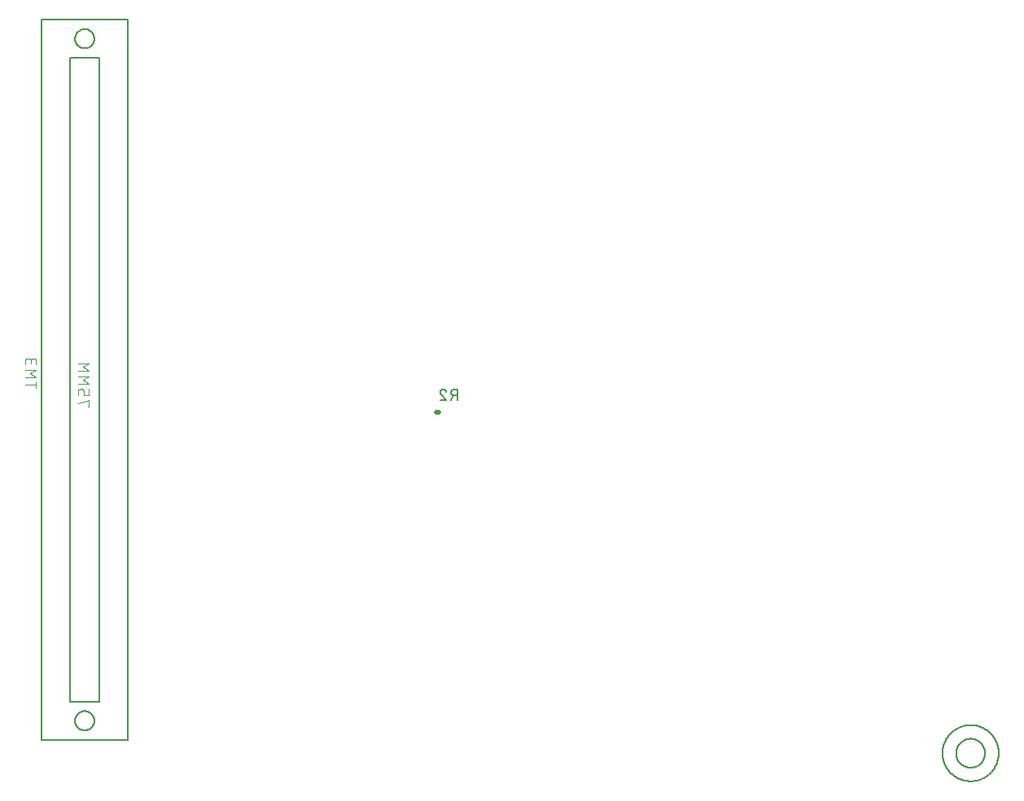
<source format=gbr>
G04 EAGLE Gerber RS-274X export*
G75*
%MOMM*%
%FSLAX34Y34*%
%LPD*%
%INSilkscreen Bottom*%
%IPPOS*%
%AMOC8*
5,1,8,0,0,1.08239X$1,22.5*%
G01*
%ADD10C,0.508000*%
%ADD11C,0.127000*%
%ADD12C,0.101600*%
%ADD13C,0.152400*%
%ADD14C,0.203200*%


D10*
X653123Y418667D02*
X650583Y418667D01*
D11*
X672554Y430986D02*
X672554Y442416D01*
X669379Y442416D01*
X669268Y442414D01*
X669158Y442408D01*
X669047Y442399D01*
X668937Y442385D01*
X668828Y442368D01*
X668719Y442347D01*
X668611Y442322D01*
X668504Y442293D01*
X668398Y442261D01*
X668293Y442225D01*
X668190Y442185D01*
X668088Y442142D01*
X667987Y442095D01*
X667888Y442044D01*
X667792Y441991D01*
X667697Y441934D01*
X667604Y441873D01*
X667513Y441810D01*
X667424Y441743D01*
X667338Y441673D01*
X667255Y441600D01*
X667173Y441525D01*
X667095Y441447D01*
X667020Y441365D01*
X666947Y441282D01*
X666877Y441196D01*
X666810Y441107D01*
X666747Y441016D01*
X666686Y440923D01*
X666629Y440829D01*
X666576Y440732D01*
X666525Y440633D01*
X666478Y440532D01*
X666435Y440430D01*
X666395Y440327D01*
X666359Y440222D01*
X666327Y440116D01*
X666298Y440009D01*
X666273Y439901D01*
X666252Y439792D01*
X666235Y439683D01*
X666221Y439573D01*
X666212Y439462D01*
X666206Y439352D01*
X666204Y439241D01*
X666206Y439130D01*
X666212Y439020D01*
X666221Y438909D01*
X666235Y438799D01*
X666252Y438690D01*
X666273Y438581D01*
X666298Y438473D01*
X666327Y438366D01*
X666359Y438260D01*
X666395Y438155D01*
X666435Y438052D01*
X666478Y437950D01*
X666525Y437849D01*
X666576Y437750D01*
X666629Y437654D01*
X666686Y437559D01*
X666747Y437466D01*
X666810Y437375D01*
X666877Y437286D01*
X666947Y437200D01*
X667020Y437117D01*
X667095Y437035D01*
X667173Y436957D01*
X667255Y436882D01*
X667338Y436809D01*
X667424Y436739D01*
X667513Y436672D01*
X667604Y436609D01*
X667697Y436548D01*
X667792Y436491D01*
X667888Y436438D01*
X667987Y436387D01*
X668088Y436340D01*
X668190Y436297D01*
X668293Y436257D01*
X668398Y436221D01*
X668504Y436189D01*
X668611Y436160D01*
X668719Y436135D01*
X668828Y436114D01*
X668937Y436097D01*
X669047Y436083D01*
X669158Y436074D01*
X669268Y436068D01*
X669379Y436066D01*
X672554Y436066D01*
X668744Y436066D02*
X666204Y430986D01*
X654856Y439559D02*
X654858Y439663D01*
X654864Y439768D01*
X654873Y439872D01*
X654886Y439975D01*
X654904Y440078D01*
X654924Y440180D01*
X654949Y440282D01*
X654977Y440382D01*
X655009Y440482D01*
X655045Y440580D01*
X655084Y440677D01*
X655126Y440772D01*
X655172Y440866D01*
X655222Y440958D01*
X655274Y441048D01*
X655330Y441136D01*
X655390Y441222D01*
X655452Y441306D01*
X655517Y441387D01*
X655585Y441466D01*
X655657Y441543D01*
X655730Y441616D01*
X655807Y441688D01*
X655886Y441756D01*
X655967Y441821D01*
X656051Y441883D01*
X656137Y441943D01*
X656225Y441999D01*
X656315Y442051D01*
X656407Y442101D01*
X656501Y442147D01*
X656596Y442189D01*
X656693Y442228D01*
X656791Y442264D01*
X656891Y442296D01*
X656991Y442324D01*
X657093Y442349D01*
X657195Y442369D01*
X657298Y442387D01*
X657401Y442400D01*
X657505Y442409D01*
X657610Y442415D01*
X657714Y442417D01*
X657714Y442416D02*
X657832Y442414D01*
X657951Y442408D01*
X658069Y442399D01*
X658186Y442386D01*
X658303Y442368D01*
X658420Y442348D01*
X658536Y442323D01*
X658651Y442295D01*
X658764Y442262D01*
X658877Y442227D01*
X658989Y442187D01*
X659099Y442145D01*
X659208Y442098D01*
X659316Y442048D01*
X659421Y441995D01*
X659525Y441938D01*
X659627Y441878D01*
X659727Y441815D01*
X659825Y441748D01*
X659921Y441679D01*
X660014Y441606D01*
X660105Y441530D01*
X660194Y441452D01*
X660280Y441370D01*
X660363Y441286D01*
X660444Y441200D01*
X660521Y441110D01*
X660596Y441019D01*
X660668Y440925D01*
X660737Y440828D01*
X660802Y440730D01*
X660865Y440629D01*
X660924Y440526D01*
X660980Y440422D01*
X661032Y440316D01*
X661081Y440208D01*
X661126Y440099D01*
X661168Y439988D01*
X661206Y439876D01*
X655809Y437337D02*
X655733Y437412D01*
X655658Y437491D01*
X655587Y437572D01*
X655518Y437656D01*
X655453Y437742D01*
X655391Y437830D01*
X655331Y437920D01*
X655275Y438012D01*
X655222Y438107D01*
X655173Y438203D01*
X655127Y438301D01*
X655084Y438400D01*
X655045Y438501D01*
X655010Y438603D01*
X654978Y438706D01*
X654950Y438810D01*
X654925Y438915D01*
X654904Y439022D01*
X654887Y439128D01*
X654874Y439235D01*
X654865Y439343D01*
X654859Y439451D01*
X654857Y439559D01*
X655809Y437336D02*
X661207Y430986D01*
X654857Y430986D01*
X240000Y77363D02*
X240000Y827400D01*
X240000Y77363D02*
X330000Y77363D01*
X330000Y827400D01*
X240000Y827400D01*
X275000Y807400D02*
X275003Y807645D01*
X275012Y807891D01*
X275027Y808136D01*
X275048Y808380D01*
X275075Y808624D01*
X275108Y808867D01*
X275147Y809110D01*
X275192Y809351D01*
X275243Y809591D01*
X275300Y809830D01*
X275362Y810067D01*
X275431Y810303D01*
X275505Y810537D01*
X275585Y810769D01*
X275670Y810999D01*
X275761Y811227D01*
X275858Y811452D01*
X275960Y811676D01*
X276068Y811896D01*
X276181Y812114D01*
X276299Y812329D01*
X276423Y812541D01*
X276551Y812750D01*
X276685Y812956D01*
X276824Y813158D01*
X276968Y813357D01*
X277117Y813552D01*
X277270Y813744D01*
X277428Y813932D01*
X277590Y814116D01*
X277758Y814295D01*
X277929Y814471D01*
X278105Y814642D01*
X278284Y814810D01*
X278468Y814972D01*
X278656Y815130D01*
X278848Y815283D01*
X279043Y815432D01*
X279242Y815576D01*
X279444Y815715D01*
X279650Y815849D01*
X279859Y815977D01*
X280071Y816101D01*
X280286Y816219D01*
X280504Y816332D01*
X280724Y816440D01*
X280948Y816542D01*
X281173Y816639D01*
X281401Y816730D01*
X281631Y816815D01*
X281863Y816895D01*
X282097Y816969D01*
X282333Y817038D01*
X282570Y817100D01*
X282809Y817157D01*
X283049Y817208D01*
X283290Y817253D01*
X283533Y817292D01*
X283776Y817325D01*
X284020Y817352D01*
X284264Y817373D01*
X284509Y817388D01*
X284755Y817397D01*
X285000Y817400D01*
X285245Y817397D01*
X285491Y817388D01*
X285736Y817373D01*
X285980Y817352D01*
X286224Y817325D01*
X286467Y817292D01*
X286710Y817253D01*
X286951Y817208D01*
X287191Y817157D01*
X287430Y817100D01*
X287667Y817038D01*
X287903Y816969D01*
X288137Y816895D01*
X288369Y816815D01*
X288599Y816730D01*
X288827Y816639D01*
X289052Y816542D01*
X289276Y816440D01*
X289496Y816332D01*
X289714Y816219D01*
X289929Y816101D01*
X290141Y815977D01*
X290350Y815849D01*
X290556Y815715D01*
X290758Y815576D01*
X290957Y815432D01*
X291152Y815283D01*
X291344Y815130D01*
X291532Y814972D01*
X291716Y814810D01*
X291895Y814642D01*
X292071Y814471D01*
X292242Y814295D01*
X292410Y814116D01*
X292572Y813932D01*
X292730Y813744D01*
X292883Y813552D01*
X293032Y813357D01*
X293176Y813158D01*
X293315Y812956D01*
X293449Y812750D01*
X293577Y812541D01*
X293701Y812329D01*
X293819Y812114D01*
X293932Y811896D01*
X294040Y811676D01*
X294142Y811452D01*
X294239Y811227D01*
X294330Y810999D01*
X294415Y810769D01*
X294495Y810537D01*
X294569Y810303D01*
X294638Y810067D01*
X294700Y809830D01*
X294757Y809591D01*
X294808Y809351D01*
X294853Y809110D01*
X294892Y808867D01*
X294925Y808624D01*
X294952Y808380D01*
X294973Y808136D01*
X294988Y807891D01*
X294997Y807645D01*
X295000Y807400D01*
X294997Y807155D01*
X294988Y806909D01*
X294973Y806664D01*
X294952Y806420D01*
X294925Y806176D01*
X294892Y805933D01*
X294853Y805690D01*
X294808Y805449D01*
X294757Y805209D01*
X294700Y804970D01*
X294638Y804733D01*
X294569Y804497D01*
X294495Y804263D01*
X294415Y804031D01*
X294330Y803801D01*
X294239Y803573D01*
X294142Y803348D01*
X294040Y803124D01*
X293932Y802904D01*
X293819Y802686D01*
X293701Y802471D01*
X293577Y802259D01*
X293449Y802050D01*
X293315Y801844D01*
X293176Y801642D01*
X293032Y801443D01*
X292883Y801248D01*
X292730Y801056D01*
X292572Y800868D01*
X292410Y800684D01*
X292242Y800505D01*
X292071Y800329D01*
X291895Y800158D01*
X291716Y799990D01*
X291532Y799828D01*
X291344Y799670D01*
X291152Y799517D01*
X290957Y799368D01*
X290758Y799224D01*
X290556Y799085D01*
X290350Y798951D01*
X290141Y798823D01*
X289929Y798699D01*
X289714Y798581D01*
X289496Y798468D01*
X289276Y798360D01*
X289052Y798258D01*
X288827Y798161D01*
X288599Y798070D01*
X288369Y797985D01*
X288137Y797905D01*
X287903Y797831D01*
X287667Y797762D01*
X287430Y797700D01*
X287191Y797643D01*
X286951Y797592D01*
X286710Y797547D01*
X286467Y797508D01*
X286224Y797475D01*
X285980Y797448D01*
X285736Y797427D01*
X285491Y797412D01*
X285245Y797403D01*
X285000Y797400D01*
X284755Y797403D01*
X284509Y797412D01*
X284264Y797427D01*
X284020Y797448D01*
X283776Y797475D01*
X283533Y797508D01*
X283290Y797547D01*
X283049Y797592D01*
X282809Y797643D01*
X282570Y797700D01*
X282333Y797762D01*
X282097Y797831D01*
X281863Y797905D01*
X281631Y797985D01*
X281401Y798070D01*
X281173Y798161D01*
X280948Y798258D01*
X280724Y798360D01*
X280504Y798468D01*
X280286Y798581D01*
X280071Y798699D01*
X279859Y798823D01*
X279650Y798951D01*
X279444Y799085D01*
X279242Y799224D01*
X279043Y799368D01*
X278848Y799517D01*
X278656Y799670D01*
X278468Y799828D01*
X278284Y799990D01*
X278105Y800158D01*
X277929Y800329D01*
X277758Y800505D01*
X277590Y800684D01*
X277428Y800868D01*
X277270Y801056D01*
X277117Y801248D01*
X276968Y801443D01*
X276824Y801642D01*
X276685Y801844D01*
X276551Y802050D01*
X276423Y802259D01*
X276299Y802471D01*
X276181Y802686D01*
X276068Y802904D01*
X275960Y803124D01*
X275858Y803348D01*
X275761Y803573D01*
X275670Y803801D01*
X275585Y804031D01*
X275505Y804263D01*
X275431Y804497D01*
X275362Y804733D01*
X275300Y804970D01*
X275243Y805209D01*
X275192Y805449D01*
X275147Y805690D01*
X275108Y805933D01*
X275075Y806176D01*
X275048Y806420D01*
X275027Y806664D01*
X275012Y806909D01*
X275003Y807155D01*
X275000Y807400D01*
X275000Y97363D02*
X275003Y97608D01*
X275012Y97854D01*
X275027Y98099D01*
X275048Y98343D01*
X275075Y98587D01*
X275108Y98830D01*
X275147Y99073D01*
X275192Y99314D01*
X275243Y99554D01*
X275300Y99793D01*
X275362Y100030D01*
X275431Y100266D01*
X275505Y100500D01*
X275585Y100732D01*
X275670Y100962D01*
X275761Y101190D01*
X275858Y101415D01*
X275960Y101639D01*
X276068Y101859D01*
X276181Y102077D01*
X276299Y102292D01*
X276423Y102504D01*
X276551Y102713D01*
X276685Y102919D01*
X276824Y103121D01*
X276968Y103320D01*
X277117Y103515D01*
X277270Y103707D01*
X277428Y103895D01*
X277590Y104079D01*
X277758Y104258D01*
X277929Y104434D01*
X278105Y104605D01*
X278284Y104773D01*
X278468Y104935D01*
X278656Y105093D01*
X278848Y105246D01*
X279043Y105395D01*
X279242Y105539D01*
X279444Y105678D01*
X279650Y105812D01*
X279859Y105940D01*
X280071Y106064D01*
X280286Y106182D01*
X280504Y106295D01*
X280724Y106403D01*
X280948Y106505D01*
X281173Y106602D01*
X281401Y106693D01*
X281631Y106778D01*
X281863Y106858D01*
X282097Y106932D01*
X282333Y107001D01*
X282570Y107063D01*
X282809Y107120D01*
X283049Y107171D01*
X283290Y107216D01*
X283533Y107255D01*
X283776Y107288D01*
X284020Y107315D01*
X284264Y107336D01*
X284509Y107351D01*
X284755Y107360D01*
X285000Y107363D01*
X285245Y107360D01*
X285491Y107351D01*
X285736Y107336D01*
X285980Y107315D01*
X286224Y107288D01*
X286467Y107255D01*
X286710Y107216D01*
X286951Y107171D01*
X287191Y107120D01*
X287430Y107063D01*
X287667Y107001D01*
X287903Y106932D01*
X288137Y106858D01*
X288369Y106778D01*
X288599Y106693D01*
X288827Y106602D01*
X289052Y106505D01*
X289276Y106403D01*
X289496Y106295D01*
X289714Y106182D01*
X289929Y106064D01*
X290141Y105940D01*
X290350Y105812D01*
X290556Y105678D01*
X290758Y105539D01*
X290957Y105395D01*
X291152Y105246D01*
X291344Y105093D01*
X291532Y104935D01*
X291716Y104773D01*
X291895Y104605D01*
X292071Y104434D01*
X292242Y104258D01*
X292410Y104079D01*
X292572Y103895D01*
X292730Y103707D01*
X292883Y103515D01*
X293032Y103320D01*
X293176Y103121D01*
X293315Y102919D01*
X293449Y102713D01*
X293577Y102504D01*
X293701Y102292D01*
X293819Y102077D01*
X293932Y101859D01*
X294040Y101639D01*
X294142Y101415D01*
X294239Y101190D01*
X294330Y100962D01*
X294415Y100732D01*
X294495Y100500D01*
X294569Y100266D01*
X294638Y100030D01*
X294700Y99793D01*
X294757Y99554D01*
X294808Y99314D01*
X294853Y99073D01*
X294892Y98830D01*
X294925Y98587D01*
X294952Y98343D01*
X294973Y98099D01*
X294988Y97854D01*
X294997Y97608D01*
X295000Y97363D01*
X294997Y97118D01*
X294988Y96872D01*
X294973Y96627D01*
X294952Y96383D01*
X294925Y96139D01*
X294892Y95896D01*
X294853Y95653D01*
X294808Y95412D01*
X294757Y95172D01*
X294700Y94933D01*
X294638Y94696D01*
X294569Y94460D01*
X294495Y94226D01*
X294415Y93994D01*
X294330Y93764D01*
X294239Y93536D01*
X294142Y93311D01*
X294040Y93087D01*
X293932Y92867D01*
X293819Y92649D01*
X293701Y92434D01*
X293577Y92222D01*
X293449Y92013D01*
X293315Y91807D01*
X293176Y91605D01*
X293032Y91406D01*
X292883Y91211D01*
X292730Y91019D01*
X292572Y90831D01*
X292410Y90647D01*
X292242Y90468D01*
X292071Y90292D01*
X291895Y90121D01*
X291716Y89953D01*
X291532Y89791D01*
X291344Y89633D01*
X291152Y89480D01*
X290957Y89331D01*
X290758Y89187D01*
X290556Y89048D01*
X290350Y88914D01*
X290141Y88786D01*
X289929Y88662D01*
X289714Y88544D01*
X289496Y88431D01*
X289276Y88323D01*
X289052Y88221D01*
X288827Y88124D01*
X288599Y88033D01*
X288369Y87948D01*
X288137Y87868D01*
X287903Y87794D01*
X287667Y87725D01*
X287430Y87663D01*
X287191Y87606D01*
X286951Y87555D01*
X286710Y87510D01*
X286467Y87471D01*
X286224Y87438D01*
X285980Y87411D01*
X285736Y87390D01*
X285491Y87375D01*
X285245Y87366D01*
X285000Y87363D01*
X284755Y87366D01*
X284509Y87375D01*
X284264Y87390D01*
X284020Y87411D01*
X283776Y87438D01*
X283533Y87471D01*
X283290Y87510D01*
X283049Y87555D01*
X282809Y87606D01*
X282570Y87663D01*
X282333Y87725D01*
X282097Y87794D01*
X281863Y87868D01*
X281631Y87948D01*
X281401Y88033D01*
X281173Y88124D01*
X280948Y88221D01*
X280724Y88323D01*
X280504Y88431D01*
X280286Y88544D01*
X280071Y88662D01*
X279859Y88786D01*
X279650Y88914D01*
X279444Y89048D01*
X279242Y89187D01*
X279043Y89331D01*
X278848Y89480D01*
X278656Y89633D01*
X278468Y89791D01*
X278284Y89953D01*
X278105Y90121D01*
X277929Y90292D01*
X277758Y90468D01*
X277590Y90647D01*
X277428Y90831D01*
X277270Y91019D01*
X277117Y91211D01*
X276968Y91406D01*
X276824Y91605D01*
X276685Y91807D01*
X276551Y92013D01*
X276423Y92222D01*
X276299Y92434D01*
X276181Y92649D01*
X276068Y92867D01*
X275960Y93087D01*
X275858Y93311D01*
X275761Y93536D01*
X275670Y93764D01*
X275585Y93994D01*
X275505Y94226D01*
X275431Y94460D01*
X275362Y94696D01*
X275300Y94933D01*
X275243Y95172D01*
X275192Y95412D01*
X275147Y95653D01*
X275108Y95896D01*
X275075Y96139D01*
X275048Y96383D01*
X275027Y96627D01*
X275012Y96872D01*
X275003Y97118D01*
X275000Y97363D01*
X270000Y117363D02*
X270000Y787400D01*
X270000Y117363D02*
X300000Y117363D01*
X300000Y787400D01*
X270000Y787400D01*
D12*
X288194Y424633D02*
X289492Y424633D01*
X289492Y431124D01*
X277808Y427878D01*
X277808Y436063D02*
X277808Y439957D01*
X277810Y440056D01*
X277816Y440156D01*
X277825Y440255D01*
X277838Y440353D01*
X277855Y440451D01*
X277876Y440549D01*
X277901Y440645D01*
X277929Y440740D01*
X277961Y440834D01*
X277996Y440927D01*
X278035Y441019D01*
X278078Y441109D01*
X278123Y441197D01*
X278173Y441284D01*
X278225Y441368D01*
X278281Y441451D01*
X278339Y441531D01*
X278401Y441609D01*
X278466Y441684D01*
X278534Y441757D01*
X278604Y441827D01*
X278677Y441895D01*
X278752Y441960D01*
X278830Y442022D01*
X278910Y442080D01*
X278993Y442136D01*
X279077Y442188D01*
X279164Y442238D01*
X279252Y442283D01*
X279342Y442326D01*
X279434Y442365D01*
X279527Y442400D01*
X279621Y442432D01*
X279716Y442460D01*
X279812Y442485D01*
X279910Y442506D01*
X280008Y442523D01*
X280106Y442536D01*
X280205Y442545D01*
X280305Y442551D01*
X280404Y442553D01*
X280404Y442554D02*
X281703Y442554D01*
X281703Y442553D02*
X281802Y442551D01*
X281902Y442545D01*
X282001Y442536D01*
X282099Y442523D01*
X282197Y442506D01*
X282295Y442485D01*
X282391Y442460D01*
X282486Y442432D01*
X282580Y442400D01*
X282673Y442365D01*
X282765Y442326D01*
X282855Y442283D01*
X282943Y442238D01*
X283030Y442188D01*
X283114Y442136D01*
X283197Y442080D01*
X283277Y442022D01*
X283355Y441960D01*
X283430Y441895D01*
X283503Y441827D01*
X283573Y441757D01*
X283641Y441684D01*
X283706Y441609D01*
X283768Y441531D01*
X283826Y441451D01*
X283882Y441368D01*
X283934Y441284D01*
X283984Y441197D01*
X284029Y441109D01*
X284072Y441019D01*
X284111Y440927D01*
X284146Y440834D01*
X284178Y440740D01*
X284206Y440645D01*
X284231Y440549D01*
X284252Y440451D01*
X284269Y440353D01*
X284282Y440255D01*
X284291Y440156D01*
X284297Y440056D01*
X284299Y439957D01*
X284299Y436063D01*
X289492Y436063D01*
X289492Y442554D01*
X289492Y447987D02*
X277808Y447987D01*
X283001Y451881D02*
X289492Y447987D01*
X283001Y451881D02*
X289492Y455776D01*
X277808Y455776D01*
X277808Y461703D02*
X289492Y461703D01*
X283001Y465597D01*
X289492Y469492D01*
X277808Y469492D01*
X234492Y446862D02*
X222808Y446862D01*
X234492Y443617D02*
X234492Y450108D01*
X234492Y454779D02*
X222808Y454779D01*
X228001Y458673D02*
X234492Y454779D01*
X228001Y458673D02*
X234492Y462568D01*
X222808Y462568D01*
X222808Y468001D02*
X222808Y471246D01*
X222810Y471359D01*
X222816Y471472D01*
X222826Y471585D01*
X222840Y471698D01*
X222857Y471810D01*
X222879Y471921D01*
X222904Y472031D01*
X222934Y472141D01*
X222967Y472249D01*
X223004Y472356D01*
X223044Y472462D01*
X223089Y472566D01*
X223137Y472669D01*
X223188Y472770D01*
X223243Y472869D01*
X223301Y472966D01*
X223363Y473061D01*
X223428Y473154D01*
X223496Y473244D01*
X223567Y473332D01*
X223642Y473418D01*
X223719Y473501D01*
X223799Y473581D01*
X223882Y473658D01*
X223968Y473733D01*
X224056Y473804D01*
X224146Y473872D01*
X224239Y473937D01*
X224334Y473999D01*
X224431Y474057D01*
X224530Y474112D01*
X224631Y474163D01*
X224734Y474211D01*
X224838Y474256D01*
X224944Y474296D01*
X225051Y474333D01*
X225159Y474366D01*
X225269Y474396D01*
X225379Y474421D01*
X225490Y474443D01*
X225602Y474460D01*
X225715Y474474D01*
X225828Y474484D01*
X225941Y474490D01*
X226054Y474492D01*
X226167Y474490D01*
X226280Y474484D01*
X226393Y474474D01*
X226506Y474460D01*
X226618Y474443D01*
X226729Y474421D01*
X226839Y474396D01*
X226949Y474366D01*
X227057Y474333D01*
X227164Y474296D01*
X227270Y474256D01*
X227374Y474211D01*
X227477Y474163D01*
X227578Y474112D01*
X227677Y474057D01*
X227774Y473999D01*
X227869Y473937D01*
X227962Y473872D01*
X228052Y473804D01*
X228140Y473733D01*
X228226Y473658D01*
X228309Y473581D01*
X228389Y473501D01*
X228466Y473418D01*
X228541Y473332D01*
X228612Y473244D01*
X228680Y473154D01*
X228745Y473061D01*
X228807Y472966D01*
X228865Y472869D01*
X228920Y472770D01*
X228971Y472669D01*
X229019Y472566D01*
X229064Y472462D01*
X229104Y472356D01*
X229141Y472249D01*
X229174Y472141D01*
X229204Y472031D01*
X229229Y471921D01*
X229251Y471810D01*
X229268Y471698D01*
X229282Y471585D01*
X229292Y471472D01*
X229298Y471359D01*
X229300Y471246D01*
X234492Y471896D02*
X234492Y468001D01*
X234492Y471896D02*
X234490Y471997D01*
X234484Y472097D01*
X234474Y472197D01*
X234461Y472297D01*
X234443Y472396D01*
X234422Y472495D01*
X234397Y472592D01*
X234368Y472689D01*
X234335Y472784D01*
X234299Y472878D01*
X234259Y472970D01*
X234216Y473061D01*
X234169Y473150D01*
X234119Y473237D01*
X234065Y473323D01*
X234008Y473406D01*
X233948Y473486D01*
X233885Y473565D01*
X233818Y473641D01*
X233749Y473714D01*
X233677Y473784D01*
X233603Y473852D01*
X233526Y473917D01*
X233446Y473978D01*
X233364Y474037D01*
X233280Y474092D01*
X233194Y474144D01*
X233106Y474193D01*
X233016Y474238D01*
X232924Y474280D01*
X232831Y474318D01*
X232736Y474352D01*
X232641Y474383D01*
X232544Y474410D01*
X232446Y474433D01*
X232347Y474453D01*
X232247Y474468D01*
X232147Y474480D01*
X232047Y474488D01*
X231946Y474492D01*
X231846Y474492D01*
X231745Y474488D01*
X231645Y474480D01*
X231545Y474468D01*
X231445Y474453D01*
X231346Y474433D01*
X231248Y474410D01*
X231151Y474383D01*
X231056Y474352D01*
X230961Y474318D01*
X230868Y474280D01*
X230776Y474238D01*
X230686Y474193D01*
X230598Y474144D01*
X230512Y474092D01*
X230428Y474037D01*
X230346Y473978D01*
X230266Y473917D01*
X230189Y473852D01*
X230115Y473784D01*
X230043Y473714D01*
X229974Y473641D01*
X229907Y473565D01*
X229844Y473486D01*
X229784Y473406D01*
X229727Y473323D01*
X229673Y473237D01*
X229623Y473150D01*
X229576Y473061D01*
X229533Y472970D01*
X229493Y472878D01*
X229457Y472784D01*
X229424Y472689D01*
X229395Y472592D01*
X229370Y472495D01*
X229349Y472396D01*
X229331Y472297D01*
X229318Y472197D01*
X229308Y472097D01*
X229302Y471997D01*
X229300Y471896D01*
X229299Y471896D02*
X229299Y469299D01*
D13*
X1177290Y63500D02*
X1177299Y64217D01*
X1177325Y64933D01*
X1177369Y65649D01*
X1177431Y66363D01*
X1177510Y67076D01*
X1177606Y67786D01*
X1177720Y68494D01*
X1177851Y69199D01*
X1178000Y69900D01*
X1178165Y70597D01*
X1178348Y71291D01*
X1178548Y71979D01*
X1178764Y72663D01*
X1178997Y73341D01*
X1179247Y74013D01*
X1179513Y74678D01*
X1179796Y75337D01*
X1180094Y75989D01*
X1180409Y76633D01*
X1180739Y77269D01*
X1181085Y77898D01*
X1181446Y78517D01*
X1181822Y79127D01*
X1182213Y79728D01*
X1182618Y80319D01*
X1183038Y80900D01*
X1183472Y81471D01*
X1183920Y82031D01*
X1184382Y82579D01*
X1184857Y83116D01*
X1185345Y83641D01*
X1185845Y84155D01*
X1186359Y84655D01*
X1186884Y85143D01*
X1187421Y85618D01*
X1187969Y86080D01*
X1188529Y86528D01*
X1189100Y86962D01*
X1189681Y87382D01*
X1190272Y87787D01*
X1190873Y88178D01*
X1191483Y88554D01*
X1192102Y88915D01*
X1192731Y89261D01*
X1193367Y89591D01*
X1194011Y89906D01*
X1194663Y90204D01*
X1195322Y90487D01*
X1195987Y90753D01*
X1196659Y91003D01*
X1197337Y91236D01*
X1198021Y91452D01*
X1198709Y91652D01*
X1199403Y91835D01*
X1200100Y92000D01*
X1200801Y92149D01*
X1201506Y92280D01*
X1202214Y92394D01*
X1202924Y92490D01*
X1203637Y92569D01*
X1204351Y92631D01*
X1205067Y92675D01*
X1205783Y92701D01*
X1206500Y92710D01*
X1207217Y92701D01*
X1207933Y92675D01*
X1208649Y92631D01*
X1209363Y92569D01*
X1210076Y92490D01*
X1210786Y92394D01*
X1211494Y92280D01*
X1212199Y92149D01*
X1212900Y92000D01*
X1213597Y91835D01*
X1214291Y91652D01*
X1214979Y91452D01*
X1215663Y91236D01*
X1216341Y91003D01*
X1217013Y90753D01*
X1217678Y90487D01*
X1218337Y90204D01*
X1218989Y89906D01*
X1219633Y89591D01*
X1220269Y89261D01*
X1220898Y88915D01*
X1221517Y88554D01*
X1222127Y88178D01*
X1222728Y87787D01*
X1223319Y87382D01*
X1223900Y86962D01*
X1224471Y86528D01*
X1225031Y86080D01*
X1225579Y85618D01*
X1226116Y85143D01*
X1226641Y84655D01*
X1227155Y84155D01*
X1227655Y83641D01*
X1228143Y83116D01*
X1228618Y82579D01*
X1229080Y82031D01*
X1229528Y81471D01*
X1229962Y80900D01*
X1230382Y80319D01*
X1230787Y79728D01*
X1231178Y79127D01*
X1231554Y78517D01*
X1231915Y77898D01*
X1232261Y77269D01*
X1232591Y76633D01*
X1232906Y75989D01*
X1233204Y75337D01*
X1233487Y74678D01*
X1233753Y74013D01*
X1234003Y73341D01*
X1234236Y72663D01*
X1234452Y71979D01*
X1234652Y71291D01*
X1234835Y70597D01*
X1235000Y69900D01*
X1235149Y69199D01*
X1235280Y68494D01*
X1235394Y67786D01*
X1235490Y67076D01*
X1235569Y66363D01*
X1235631Y65649D01*
X1235675Y64933D01*
X1235701Y64217D01*
X1235710Y63500D01*
X1235701Y62783D01*
X1235675Y62067D01*
X1235631Y61351D01*
X1235569Y60637D01*
X1235490Y59924D01*
X1235394Y59214D01*
X1235280Y58506D01*
X1235149Y57801D01*
X1235000Y57100D01*
X1234835Y56403D01*
X1234652Y55709D01*
X1234452Y55021D01*
X1234236Y54337D01*
X1234003Y53659D01*
X1233753Y52987D01*
X1233487Y52322D01*
X1233204Y51663D01*
X1232906Y51011D01*
X1232591Y50367D01*
X1232261Y49731D01*
X1231915Y49102D01*
X1231554Y48483D01*
X1231178Y47873D01*
X1230787Y47272D01*
X1230382Y46681D01*
X1229962Y46100D01*
X1229528Y45529D01*
X1229080Y44969D01*
X1228618Y44421D01*
X1228143Y43884D01*
X1227655Y43359D01*
X1227155Y42845D01*
X1226641Y42345D01*
X1226116Y41857D01*
X1225579Y41382D01*
X1225031Y40920D01*
X1224471Y40472D01*
X1223900Y40038D01*
X1223319Y39618D01*
X1222728Y39213D01*
X1222127Y38822D01*
X1221517Y38446D01*
X1220898Y38085D01*
X1220269Y37739D01*
X1219633Y37409D01*
X1218989Y37094D01*
X1218337Y36796D01*
X1217678Y36513D01*
X1217013Y36247D01*
X1216341Y35997D01*
X1215663Y35764D01*
X1214979Y35548D01*
X1214291Y35348D01*
X1213597Y35165D01*
X1212900Y35000D01*
X1212199Y34851D01*
X1211494Y34720D01*
X1210786Y34606D01*
X1210076Y34510D01*
X1209363Y34431D01*
X1208649Y34369D01*
X1207933Y34325D01*
X1207217Y34299D01*
X1206500Y34290D01*
X1205783Y34299D01*
X1205067Y34325D01*
X1204351Y34369D01*
X1203637Y34431D01*
X1202924Y34510D01*
X1202214Y34606D01*
X1201506Y34720D01*
X1200801Y34851D01*
X1200100Y35000D01*
X1199403Y35165D01*
X1198709Y35348D01*
X1198021Y35548D01*
X1197337Y35764D01*
X1196659Y35997D01*
X1195987Y36247D01*
X1195322Y36513D01*
X1194663Y36796D01*
X1194011Y37094D01*
X1193367Y37409D01*
X1192731Y37739D01*
X1192102Y38085D01*
X1191483Y38446D01*
X1190873Y38822D01*
X1190272Y39213D01*
X1189681Y39618D01*
X1189100Y40038D01*
X1188529Y40472D01*
X1187969Y40920D01*
X1187421Y41382D01*
X1186884Y41857D01*
X1186359Y42345D01*
X1185845Y42845D01*
X1185345Y43359D01*
X1184857Y43884D01*
X1184382Y44421D01*
X1183920Y44969D01*
X1183472Y45529D01*
X1183038Y46100D01*
X1182618Y46681D01*
X1182213Y47272D01*
X1181822Y47873D01*
X1181446Y48483D01*
X1181085Y49102D01*
X1180739Y49731D01*
X1180409Y50367D01*
X1180094Y51011D01*
X1179796Y51663D01*
X1179513Y52322D01*
X1179247Y52987D01*
X1178997Y53659D01*
X1178764Y54337D01*
X1178548Y55021D01*
X1178348Y55709D01*
X1178165Y56403D01*
X1178000Y57100D01*
X1177851Y57801D01*
X1177720Y58506D01*
X1177606Y59214D01*
X1177510Y59924D01*
X1177431Y60637D01*
X1177369Y61351D01*
X1177325Y62067D01*
X1177299Y62783D01*
X1177290Y63500D01*
D14*
X1191500Y63500D02*
X1191505Y63868D01*
X1191518Y64236D01*
X1191541Y64603D01*
X1191572Y64970D01*
X1191613Y65336D01*
X1191662Y65701D01*
X1191721Y66064D01*
X1191788Y66426D01*
X1191864Y66787D01*
X1191950Y67145D01*
X1192043Y67501D01*
X1192146Y67854D01*
X1192257Y68205D01*
X1192377Y68553D01*
X1192505Y68898D01*
X1192642Y69240D01*
X1192787Y69579D01*
X1192940Y69913D01*
X1193102Y70244D01*
X1193271Y70571D01*
X1193449Y70893D01*
X1193634Y71212D01*
X1193827Y71525D01*
X1194028Y71834D01*
X1194236Y72137D01*
X1194452Y72435D01*
X1194675Y72728D01*
X1194905Y73016D01*
X1195142Y73298D01*
X1195386Y73573D01*
X1195636Y73843D01*
X1195893Y74107D01*
X1196157Y74364D01*
X1196427Y74614D01*
X1196702Y74858D01*
X1196984Y75095D01*
X1197272Y75325D01*
X1197565Y75548D01*
X1197863Y75764D01*
X1198166Y75972D01*
X1198475Y76173D01*
X1198788Y76366D01*
X1199107Y76551D01*
X1199429Y76729D01*
X1199756Y76898D01*
X1200087Y77060D01*
X1200421Y77213D01*
X1200760Y77358D01*
X1201102Y77495D01*
X1201447Y77623D01*
X1201795Y77743D01*
X1202146Y77854D01*
X1202499Y77957D01*
X1202855Y78050D01*
X1203213Y78136D01*
X1203574Y78212D01*
X1203936Y78279D01*
X1204299Y78338D01*
X1204664Y78387D01*
X1205030Y78428D01*
X1205397Y78459D01*
X1205764Y78482D01*
X1206132Y78495D01*
X1206500Y78500D01*
X1206868Y78495D01*
X1207236Y78482D01*
X1207603Y78459D01*
X1207970Y78428D01*
X1208336Y78387D01*
X1208701Y78338D01*
X1209064Y78279D01*
X1209426Y78212D01*
X1209787Y78136D01*
X1210145Y78050D01*
X1210501Y77957D01*
X1210854Y77854D01*
X1211205Y77743D01*
X1211553Y77623D01*
X1211898Y77495D01*
X1212240Y77358D01*
X1212579Y77213D01*
X1212913Y77060D01*
X1213244Y76898D01*
X1213571Y76729D01*
X1213893Y76551D01*
X1214212Y76366D01*
X1214525Y76173D01*
X1214834Y75972D01*
X1215137Y75764D01*
X1215435Y75548D01*
X1215728Y75325D01*
X1216016Y75095D01*
X1216298Y74858D01*
X1216573Y74614D01*
X1216843Y74364D01*
X1217107Y74107D01*
X1217364Y73843D01*
X1217614Y73573D01*
X1217858Y73298D01*
X1218095Y73016D01*
X1218325Y72728D01*
X1218548Y72435D01*
X1218764Y72137D01*
X1218972Y71834D01*
X1219173Y71525D01*
X1219366Y71212D01*
X1219551Y70893D01*
X1219729Y70571D01*
X1219898Y70244D01*
X1220060Y69913D01*
X1220213Y69579D01*
X1220358Y69240D01*
X1220495Y68898D01*
X1220623Y68553D01*
X1220743Y68205D01*
X1220854Y67854D01*
X1220957Y67501D01*
X1221050Y67145D01*
X1221136Y66787D01*
X1221212Y66426D01*
X1221279Y66064D01*
X1221338Y65701D01*
X1221387Y65336D01*
X1221428Y64970D01*
X1221459Y64603D01*
X1221482Y64236D01*
X1221495Y63868D01*
X1221500Y63500D01*
X1221495Y63132D01*
X1221482Y62764D01*
X1221459Y62397D01*
X1221428Y62030D01*
X1221387Y61664D01*
X1221338Y61299D01*
X1221279Y60936D01*
X1221212Y60574D01*
X1221136Y60213D01*
X1221050Y59855D01*
X1220957Y59499D01*
X1220854Y59146D01*
X1220743Y58795D01*
X1220623Y58447D01*
X1220495Y58102D01*
X1220358Y57760D01*
X1220213Y57421D01*
X1220060Y57087D01*
X1219898Y56756D01*
X1219729Y56429D01*
X1219551Y56107D01*
X1219366Y55788D01*
X1219173Y55475D01*
X1218972Y55166D01*
X1218764Y54863D01*
X1218548Y54565D01*
X1218325Y54272D01*
X1218095Y53984D01*
X1217858Y53702D01*
X1217614Y53427D01*
X1217364Y53157D01*
X1217107Y52893D01*
X1216843Y52636D01*
X1216573Y52386D01*
X1216298Y52142D01*
X1216016Y51905D01*
X1215728Y51675D01*
X1215435Y51452D01*
X1215137Y51236D01*
X1214834Y51028D01*
X1214525Y50827D01*
X1214212Y50634D01*
X1213893Y50449D01*
X1213571Y50271D01*
X1213244Y50102D01*
X1212913Y49940D01*
X1212579Y49787D01*
X1212240Y49642D01*
X1211898Y49505D01*
X1211553Y49377D01*
X1211205Y49257D01*
X1210854Y49146D01*
X1210501Y49043D01*
X1210145Y48950D01*
X1209787Y48864D01*
X1209426Y48788D01*
X1209064Y48721D01*
X1208701Y48662D01*
X1208336Y48613D01*
X1207970Y48572D01*
X1207603Y48541D01*
X1207236Y48518D01*
X1206868Y48505D01*
X1206500Y48500D01*
X1206132Y48505D01*
X1205764Y48518D01*
X1205397Y48541D01*
X1205030Y48572D01*
X1204664Y48613D01*
X1204299Y48662D01*
X1203936Y48721D01*
X1203574Y48788D01*
X1203213Y48864D01*
X1202855Y48950D01*
X1202499Y49043D01*
X1202146Y49146D01*
X1201795Y49257D01*
X1201447Y49377D01*
X1201102Y49505D01*
X1200760Y49642D01*
X1200421Y49787D01*
X1200087Y49940D01*
X1199756Y50102D01*
X1199429Y50271D01*
X1199107Y50449D01*
X1198788Y50634D01*
X1198475Y50827D01*
X1198166Y51028D01*
X1197863Y51236D01*
X1197565Y51452D01*
X1197272Y51675D01*
X1196984Y51905D01*
X1196702Y52142D01*
X1196427Y52386D01*
X1196157Y52636D01*
X1195893Y52893D01*
X1195636Y53157D01*
X1195386Y53427D01*
X1195142Y53702D01*
X1194905Y53984D01*
X1194675Y54272D01*
X1194452Y54565D01*
X1194236Y54863D01*
X1194028Y55166D01*
X1193827Y55475D01*
X1193634Y55788D01*
X1193449Y56107D01*
X1193271Y56429D01*
X1193102Y56756D01*
X1192940Y57087D01*
X1192787Y57421D01*
X1192642Y57760D01*
X1192505Y58102D01*
X1192377Y58447D01*
X1192257Y58795D01*
X1192146Y59146D01*
X1192043Y59499D01*
X1191950Y59855D01*
X1191864Y60213D01*
X1191788Y60574D01*
X1191721Y60936D01*
X1191662Y61299D01*
X1191613Y61664D01*
X1191572Y62030D01*
X1191541Y62397D01*
X1191518Y62764D01*
X1191505Y63132D01*
X1191500Y63500D01*
M02*

</source>
